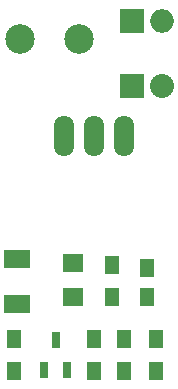
<source format=gts>
G04 #@! TF.FileFunction,Soldermask,Top*
%FSLAX46Y46*%
G04 Gerber Fmt 4.6, Leading zero omitted, Abs format (unit mm)*
G04 Created by KiCad (PCBNEW 4.0.2-stable) date 22.05.2016 02:52:19*
%MOMM*%
G01*
G04 APERTURE LIST*
%ADD10C,0.100000*%
%ADD11R,1.250000X1.500000*%
%ADD12R,1.800860X1.597660*%
%ADD13R,2.199640X1.600200*%
%ADD14R,2.032000X2.032000*%
%ADD15O,2.032000X2.032000*%
%ADD16C,2.500000*%
%ADD17R,0.800100X1.400000*%
%ADD18O,1.699260X3.500120*%
%ADD19R,1.300000X1.500000*%
%ADD20O,1.998980X1.998980*%
%ADD21R,1.998980X1.998980*%
G04 APERTURE END LIST*
D10*
D11*
X155000000Y-124350000D03*
X155000000Y-121850000D03*
D12*
X148700000Y-121480140D03*
X148700000Y-124319860D03*
D13*
X144000000Y-121100080D03*
X144000000Y-124899920D03*
D14*
X153750000Y-106500000D03*
D15*
X156290000Y-106500000D03*
D16*
X149250000Y-102500000D03*
X144250000Y-102500000D03*
D17*
X146300000Y-130550000D03*
X148200000Y-130550000D03*
X147250000Y-127950000D03*
D18*
X150500000Y-110750000D03*
X153040000Y-110750000D03*
X147960000Y-110750000D03*
D19*
X155750000Y-130600000D03*
X155750000Y-127900000D03*
X143750000Y-130600000D03*
X143750000Y-127900000D03*
X150500000Y-127900000D03*
X150500000Y-130600000D03*
X153000000Y-130600000D03*
X153000000Y-127900000D03*
X152000000Y-121650000D03*
X152000000Y-124350000D03*
D20*
X156270000Y-101000000D03*
D21*
X153730000Y-101000000D03*
M02*

</source>
